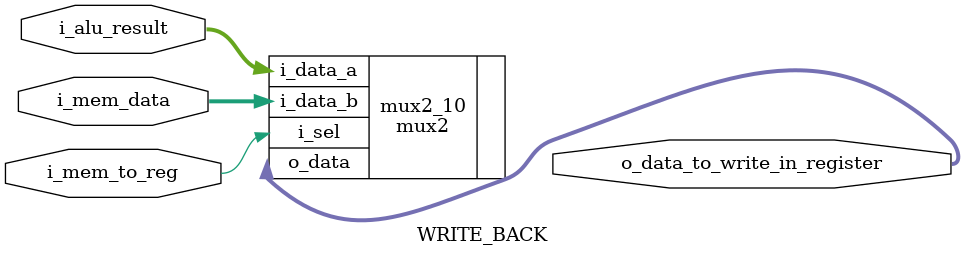
<source format=v>
`timescale 1ns / 1ps

module WRITE_BACK #(
    parameter NB = 32,
    parameter NB_REG = 5
) (
    input i_mem_to_reg,  // MUX selector de ALU RESULT y VALOR OBTENIDO DE LA MEMORIA
    input [NB-1:0] i_mem_data,  // i_mem_to_reg = 1
    input [NB-1:0] i_alu_result,  // i_mem_to_reg = 0

    output [NB-1:0] o_data_to_write_in_register  // Valor que se escribe
);


  mux2 mux2_10 (
      .i_sel(i_mem_to_reg),
      .i_data_a(i_alu_result),
      .i_data_b(i_mem_data),
      .o_data(o_data_to_write_in_register)
  );

endmodule

</source>
